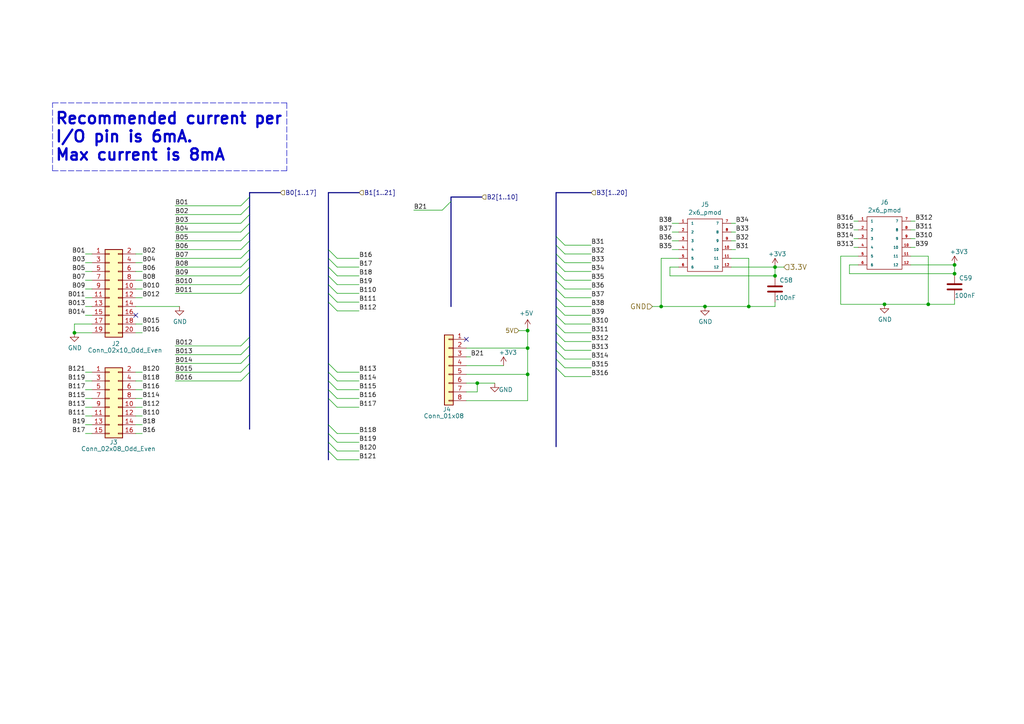
<source format=kicad_sch>
(kicad_sch (version 20231120) (generator "eeschema") (generator_version "8.0")
  (paper "A4")
  (title_block (title "Peripherals") (date "2020-04-19") (rev "1.2") (company "UTN - Facultad Regional Haedo - Grupo ASE"))
  (lib_symbols
    (symbol "FPGA para todos-rescue:+3.3V-power-FPGA-para-todos-rescue" (power) (pin_names (offset 0))
      (property "Value" "FPGA-para-todos-rescue_+3.3V-power" (at 0 3.556 0))
      (symbol "+3.3V-power-FPGA-para-todos-rescue_0_1"
        (polyline (pts (xy -0.762 1.27) (xy 0 2.54)))
        (polyline (pts (xy 0 0) (xy 0 2.54)))
        (polyline (pts (xy 0 2.54) (xy 0.762 1.27)))
      )
      (symbol "+3.3V-power-FPGA-para-todos-rescue_1_1"
        (pin power_in line (at 0 0 90) (length 0) hide (name "+3V3") (number "1"))
      )
    )
    (symbol "FPGA para todos-rescue:+5V-power-FPGA-para-todos-rescue" (power) (pin_names (offset 0))
      (property "Value" "FPGA-para-todos-rescue_+5V-power" (at 0 3.556 0))
      (symbol "+5V-power-FPGA-para-todos-rescue_0_1"
        (polyline (pts (xy -0.762 1.27) (xy 0 2.54)))
        (polyline (pts (xy 0 0) (xy 0 2.54)))
        (polyline (pts (xy 0 2.54) (xy 0.762 1.27)))
      )
      (symbol "+5V-power-FPGA-para-todos-rescue_1_1"
        (pin power_in line (at 0 0 90) (length 0) hide (name "+5V") (number "1"))
      )
    )
    (symbol "FPGA para todos-rescue:C-Device-FPGA-para-todos-rescue" (pin_numbers hide) (pin_names (offset 0.254))
      (property "Reference" "C" (at 0.635 2.54 0))
      (property "Value" "FPGA-para-todos-rescue_C-Device" (at 0.635 -2.54 0))
      (symbol "C-Device-FPGA-para-todos-rescue_0_1"
        (polyline (pts (xy -2.032 -0.762) (xy 2.032 -0.762)) (stroke (width 0.508)))
        (polyline (pts (xy -2.032 0.762) (xy 2.032 0.762)) (stroke (width 0.508)))
      )
      (symbol "C-Device-FPGA-para-todos-rescue_1_1"
        (pin passive line (at 0 3.81 270) (length 2.794) (name "~") (number "1"))
        (pin passive line (at 0 -3.81 90) (length 2.794) (name "~") (number "2"))
      )
    )
    (symbol "FPGA para todos-rescue:Conn_01x08-Connector_Generic-FPGA-para-todos-rescue" (pin_names (offset 1.016) hide)
      (property "Reference" "J" (at 0 10.16 0))
      (property "Value" "FPGA-para-todos-rescue_Conn_01x08-Connector_Generic" (at 0 -12.7 0))
      (symbol "Conn_01x08-Connector_Generic-FPGA-para-todos-rescue_1_1"
        (rectangle (start -1.27 -10.033) (end 0 -10.287) (stroke (width 0.1524)))
        (rectangle (start -1.27 -7.493) (end 0 -7.747) (stroke (width 0.1524)))
        (rectangle (start -1.27 -4.953) (end 0 -5.207) (stroke (width 0.1524)))
        (rectangle (start -1.27 -2.413) (end 0 -2.667) (stroke (width 0.1524)))
        (rectangle (start -1.27 0.127) (end 0 -0.127) (stroke (width 0.1524)))
        (rectangle (start -1.27 2.667) (end 0 2.413) (stroke (width 0.1524)))
        (rectangle (start -1.27 5.207) (end 0 4.953) (stroke (width 0.1524)))
        (rectangle (start -1.27 7.747) (end 0 7.493) (stroke (width 0.1524)))
        (rectangle (start -1.27 8.89) (end 1.27 -11.43) (stroke (width 0.254)) (fill (type background)))
        (pin passive line (at -5.08 7.62 0) (length 3.81) (name "Pin_1") (number "1"))
        (pin passive line (at -5.08 5.08 0) (length 3.81) (name "Pin_2") (number "2"))
        (pin passive line (at -5.08 2.54 0) (length 3.81) (name "Pin_3") (number "3"))
        (pin passive line (at -5.08 0 0) (length 3.81) (name "Pin_4") (number "4"))
        (pin passive line (at -5.08 -2.54 0) (length 3.81) (name "Pin_5") (number "5"))
        (pin passive line (at -5.08 -5.08 0) (length 3.81) (name "Pin_6") (number "6"))
        (pin passive line (at -5.08 -7.62 0) (length 3.81) (name "Pin_7") (number "7"))
        (pin passive line (at -5.08 -10.16 0) (length 3.81) (name "Pin_8") (number "8"))
      )
    )
    (symbol "FPGA para todos-rescue:Conn_02x08_Odd_Even-Connector_Generic-FPGA-para-todos-rescue" (pin_names (offset 1.016) hide)
      (property "Reference" "J" (at 1.27 10.16 0))
      (property "Value" "FPGA-para-todos-rescue_Conn_02x08_Odd_Even-Connector_Generic" (at 1.27 -12.7 0))
      (symbol "Conn_02x08_Odd_Even-Connector_Generic-FPGA-para-todos-rescue_1_1"
        (rectangle (start -1.27 -10.033) (end 0 -10.287) (stroke (width 0.1524)))
        (rectangle (start -1.27 -7.493) (end 0 -7.747) (stroke (width 0.1524)))
        (rectangle (start -1.27 -4.953) (end 0 -5.207) (stroke (width 0.1524)))
        (rectangle (start -1.27 -2.413) (end 0 -2.667) (stroke (width 0.1524)))
        (rectangle (start -1.27 0.127) (end 0 -0.127) (stroke (width 0.1524)))
        (rectangle (start -1.27 2.667) (end 0 2.413) (stroke (width 0.1524)))
        (rectangle (start -1.27 5.207) (end 0 4.953) (stroke (width 0.1524)))
        (rectangle (start -1.27 7.747) (end 0 7.493) (stroke (width 0.1524)))
        (rectangle (start -1.27 8.89) (end 3.81 -11.43) (stroke (width 0.254)) (fill (type background)))
        (rectangle (start 3.81 -10.033) (end 2.54 -10.287) (stroke (width 0.1524)))
        (rectangle (start 3.81 -7.493) (end 2.54 -7.747) (stroke (width 0.1524)))
        (rectangle (start 3.81 -4.953) (end 2.54 -5.207) (stroke (width 0.1524)))
        (rectangle (start 3.81 -2.413) (end 2.54 -2.667) (stroke (width 0.1524)))
        (rectangle (start 3.81 0.127) (end 2.54 -0.127) (stroke (width 0.1524)))
        (rectangle (start 3.81 2.667) (end 2.54 2.413) (stroke (width 0.1524)))
        (rectangle (start 3.81 5.207) (end 2.54 4.953) (stroke (width 0.1524)))
        (rectangle (start 3.81 7.747) (end 2.54 7.493) (stroke (width 0.1524)))
        (pin passive line (at -5.08 7.62 0) (length 3.81) (name "Pin_1") (number "1"))
        (pin passive line (at 7.62 -2.54 180) (length 3.81) (name "Pin_10") (number "10"))
        (pin passive line (at -5.08 -5.08 0) (length 3.81) (name "Pin_11") (number "11"))
        (pin passive line (at 7.62 -5.08 180) (length 3.81) (name "Pin_12") (number "12"))
        (pin passive line (at -5.08 -7.62 0) (length 3.81) (name "Pin_13") (number "13"))
        (pin passive line (at 7.62 -7.62 180) (length 3.81) (name "Pin_14") (number "14"))
        (pin passive line (at -5.08 -10.16 0) (length 3.81) (name "Pin_15") (number "15"))
        (pin passive line (at 7.62 -10.16 180) (length 3.81) (name "Pin_16") (number "16"))
        (pin passive line (at 7.62 7.62 180) (length 3.81) (name "Pin_2") (number "2"))
        (pin passive line (at -5.08 5.08 0) (length 3.81) (name "Pin_3") (number "3"))
        (pin passive line (at 7.62 5.08 180) (length 3.81) (name "Pin_4") (number "4"))
        (pin passive line (at -5.08 2.54 0) (length 3.81) (name "Pin_5") (number "5"))
        (pin passive line (at 7.62 2.54 180) (length 3.81) (name "Pin_6") (number "6"))
        (pin passive line (at -5.08 0 0) (length 3.81) (name "Pin_7") (number "7"))
        (pin passive line (at 7.62 0 180) (length 3.81) (name "Pin_8") (number "8"))
        (pin passive line (at -5.08 -2.54 0) (length 3.81) (name "Pin_9") (number "9"))
      )
    )
    (symbol "FPGA para todos-rescue:Conn_02x10_Odd_Even-Connector_Generic-FPGA-para-todos-rescue" (pin_names (offset 1.016) hide)
      (property "Reference" "J" (at 1.27 12.7 0))
      (property "Value" "FPGA-para-todos-rescue_Conn_02x10_Odd_Even-Connector_Generic" (at 1.27 -15.24 0))
      (symbol "Conn_02x10_Odd_Even-Connector_Generic-FPGA-para-todos-rescue_1_1"
        (rectangle (start -1.27 -12.573) (end 0 -12.827) (stroke (width 0.1524)))
        (rectangle (start -1.27 -10.033) (end 0 -10.287) (stroke (width 0.1524)))
        (rectangle (start -1.27 -7.493) (end 0 -7.747) (stroke (width 0.1524)))
        (rectangle (start -1.27 -4.953) (end 0 -5.207) (stroke (width 0.1524)))
        (rectangle (start -1.27 -2.413) (end 0 -2.667) (stroke (width 0.1524)))
        (rectangle (start -1.27 0.127) (end 0 -0.127) (stroke (width 0.1524)))
        (rectangle (start -1.27 2.667) (end 0 2.413) (stroke (width 0.1524)))
        (rectangle (start -1.27 5.207) (end 0 4.953) (stroke (width 0.1524)))
        (rectangle (start -1.27 7.747) (end 0 7.493) (stroke (width 0.1524)))
        (rectangle (start -1.27 10.287) (end 0 10.033) (stroke (width 0.1524)))
        (rectangle (start -1.27 11.43) (end 3.81 -13.97) (stroke (width 0.254)) (fill (type background)))
        (rectangle (start 3.81 -12.573) (end 2.54 -12.827) (stroke (width 0.1524)))
        (rectangle (start 3.81 -10.033) (end 2.54 -10.287) (stroke (width 0.1524)))
        (rectangle (start 3.81 -7.493) (end 2.54 -7.747) (stroke (width 0.1524)))
        (rectangle (start 3.81 -4.953) (end 2.54 -5.207) (stroke (width 0.1524)))
        (rectangle (start 3.81 -2.413) (end 2.54 -2.667) (stroke (width 0.1524)))
        (rectangle (start 3.81 0.127) (end 2.54 -0.127) (stroke (width 0.1524)))
        (rectangle (start 3.81 2.667) (end 2.54 2.413) (stroke (width 0.1524)))
        (rectangle (start 3.81 5.207) (end 2.54 4.953) (stroke (width 0.1524)))
        (rectangle (start 3.81 7.747) (end 2.54 7.493) (stroke (width 0.1524)))
        (rectangle (start 3.81 10.287) (end 2.54 10.033) (stroke (width 0.1524)))
        (pin passive line (at -5.08 10.16 0) (length 3.81) (name "Pin_1") (number "1"))
        (pin passive line (at 7.62 0 180) (length 3.81) (name "Pin_10") (number "10"))
        (pin passive line (at -5.08 -2.54 0) (length 3.81) (name "Pin_11") (number "11"))
        (pin passive line (at 7.62 -2.54 180) (length 3.81) (name "Pin_12") (number "12"))
        (pin passive line (at -5.08 -5.08 0) (length 3.81) (name "Pin_13") (number "13"))
        (pin passive line (at 7.62 -5.08 180) (length 3.81) (name "Pin_14") (number "14"))
        (pin passive line (at -5.08 -7.62 0) (length 3.81) (name "Pin_15") (number "15"))
        (pin passive line (at 7.62 -7.62 180) (length 3.81) (name "Pin_16") (number "16"))
        (pin passive line (at -5.08 -10.16 0) (length 3.81) (name "Pin_17") (number "17"))
        (pin passive line (at 7.62 -10.16 180) (length 3.81) (name "Pin_18") (number "18"))
        (pin passive line (at -5.08 -12.7 0) (length 3.81) (name "Pin_19") (number "19"))
        (pin passive line (at 7.62 10.16 180) (length 3.81) (name "Pin_2") (number "2"))
        (pin passive line (at 7.62 -12.7 180) (length 3.81) (name "Pin_20") (number "20"))
        (pin passive line (at -5.08 7.62 0) (length 3.81) (name "Pin_3") (number "3"))
        (pin passive line (at 7.62 7.62 180) (length 3.81) (name "Pin_4") (number "4"))
        (pin passive line (at -5.08 5.08 0) (length 3.81) (name "Pin_5") (number "5"))
        (pin passive line (at 7.62 5.08 180) (length 3.81) (name "Pin_6") (number "6"))
        (pin passive line (at -5.08 2.54 0) (length 3.81) (name "Pin_7") (number "7"))
        (pin passive line (at 7.62 2.54 180) (length 3.81) (name "Pin_8") (number "8"))
        (pin passive line (at -5.08 0 0) (length 3.81) (name "Pin_9") (number "9"))
      )
    )
    (symbol "FPGA para todos-rescue:GND-power-FPGA-para-todos-rescue" (power) (pin_names (offset 0))
      (property "Value" "FPGA-para-todos-rescue_GND-power" (at 0 -3.81 0))
      (symbol "GND-power-FPGA-para-todos-rescue_0_1"
        (polyline (pts (xy 0 0) (xy 0 -1.27) (xy 1.27 -1.27) (xy 0 -2.54) (xy -1.27 -1.27) (xy 0 -1.27)))
      )
      (symbol "GND-power-FPGA-para-todos-rescue_1_1"
        (pin power_in line (at 0 0 270) (length 0) hide (name "GND") (number "1"))
      )
    )
    (symbol "PMOD:2x6_pmod" (pin_names (offset 1.016))
      (property "Reference" "J" (at 0 8.89 0))
      (property "Value" "2x6_pmod" (at 0 -8.89 0))
      (symbol "2x6_pmod_0_1"
        (rectangle (start -5.08 -7.62) (end 5.08 7.62))
      )
      (symbol "2x6_pmod_1_1"
        (pin bidirectional line (at -7.62 6.35 0) (length 2.54) (name "1") (number "1"))
        (pin bidirectional line (at 7.62 -1.27 180) (length 2.54) (name "10") (number "10"))
        (pin power_in line (at 7.62 -3.81 180) (length 2.54) (name "11") (number "11"))
        (pin power_in line (at 7.62 -6.35 180) (length 2.54) (name "12") (number "12"))
        (pin bidirectional line (at -7.62 3.81 0) (length 2.54) (name "2") (number "2"))
        (pin bidirectional line (at -7.62 1.27 0) (length 2.54) (name "3") (number "3"))
        (pin bidirectional line (at -7.62 -1.27 0) (length 2.54) (name "4") (number "4"))
        (pin power_in line (at -7.62 -3.81 0) (length 2.54) (name "5") (number "5"))
        (pin power_in line (at -7.62 -6.35 0) (length 2.54) (name "6") (number "6"))
        (pin bidirectional line (at 7.62 6.35 180) (length 2.54) (name "7") (number "7"))
        (pin bidirectional line (at 7.62 3.81 180) (length 2.54) (name "8") (number "8"))
        (pin bidirectional line (at 7.62 1.27 180) (length 2.54) (name "9") (number "9"))
      )
    )
  )
  (junction (at 153.035 108.585))
  (junction (at 204.47 88.9))
  (junction (at 224.79 80.01))
  (junction (at 191.77 88.9))
  (junction (at 21.59 96.52))
  (junction (at 217.17 88.9))
  (junction (at 256.54 88.265))
  (junction (at 138.43 111.125))
  (junction (at 269.24 88.265))
  (junction (at 153.035 95.885))
  (junction (at 276.86 76.835))
  (junction (at 276.86 79.375))
  (junction (at 224.79 77.47))
  (junction (at 153.035 100.965))
  (no_connect (at 39.37 91.44))
  (no_connect (at 135.255 98.425))
  (bus_entry (at 69.85 77.47) (size 2.54 -2.54))
  (bus_entry (at 161.29 83.82) (size 2.54 2.54))
  (bus_entry (at 161.29 104.14) (size 2.54 2.54))
  (bus_entry (at 95.25 77.47) (size 2.54 2.54))
  (bus_entry (at 95.25 128.27) (size 2.54 2.54))
  (bus_entry (at 69.85 80.01) (size 2.54 -2.54))
  (bus_entry (at 69.85 74.93) (size 2.54 -2.54))
  (bus_entry (at 161.29 91.44) (size 2.54 2.54))
  (bus_entry (at 95.25 107.95) (size 2.54 2.54))
  (bus_entry (at 161.29 73.66) (size 2.54 2.54))
  (bus_entry (at 95.25 87.63) (size 2.54 2.54))
  (bus_entry (at 161.29 86.36) (size 2.54 2.54))
  (bus_entry (at 69.85 59.69) (size 2.54 -2.54))
  (bus_entry (at 161.29 93.98) (size 2.54 2.54))
  (bus_entry (at 69.85 105.41) (size 2.54 -2.54))
  (bus_entry (at 128.27 60.96) (size 2.54 -2.54))
  (bus_entry (at 161.29 101.6) (size 2.54 2.54))
  (bus_entry (at 95.25 82.55) (size 2.54 2.54))
  (bus_entry (at 69.85 110.49) (size 2.54 -2.54))
  (bus_entry (at 95.25 80.01) (size 2.54 2.54))
  (bus_entry (at 95.25 115.57) (size 2.54 2.54))
  (bus_entry (at 69.85 72.39) (size 2.54 -2.54))
  (bus_entry (at 69.85 82.55) (size 2.54 -2.54))
  (bus_entry (at 69.85 64.77) (size 2.54 -2.54))
  (bus_entry (at 161.29 76.2) (size 2.54 2.54))
  (bus_entry (at 95.25 113.03) (size 2.54 2.54))
  (bus_entry (at 69.85 85.09) (size 2.54 -2.54))
  (bus_entry (at 69.85 62.23) (size 2.54 -2.54))
  (bus_entry (at 161.29 88.9) (size 2.54 2.54))
  (bus_entry (at 69.85 107.95) (size 2.54 -2.54))
  (bus_entry (at 161.29 96.52) (size 2.54 2.54))
  (bus_entry (at 95.25 123.19) (size 2.54 2.54))
  (bus_entry (at 95.25 110.49) (size 2.54 2.54))
  (bus_entry (at 161.29 106.68) (size 2.54 2.54))
  (bus_entry (at 95.25 125.73) (size 2.54 2.54))
  (bus_entry (at 161.29 71.12) (size 2.54 2.54))
  (bus_entry (at 95.25 85.09) (size 2.54 2.54))
  (bus_entry (at 161.29 81.28) (size 2.54 2.54))
  (bus_entry (at 69.85 102.87) (size 2.54 -2.54))
  (bus_entry (at 69.85 100.33) (size 2.54 -2.54))
  (bus_entry (at 95.25 72.39) (size 2.54 2.54))
  (bus_entry (at 69.85 69.85) (size 2.54 -2.54))
  (bus_entry (at 69.85 67.31) (size 2.54 -2.54))
  (bus_entry (at 95.25 105.41) (size 2.54 2.54))
  (bus_entry (at 161.29 99.06) (size 2.54 2.54))
  (bus_entry (at 95.25 130.81) (size 2.54 2.54))
  (bus_entry (at 95.25 74.93) (size 2.54 2.54))
  (bus_entry (at 161.29 68.58) (size 2.54 2.54))
  (bus_entry (at 161.29 78.74) (size 2.54 2.54))
  (wire (pts (xy 41.275 83.82) (xy 39.37 83.82)))
  (wire (pts (xy 191.77 74.93) (xy 191.77 88.9)))
  (wire (pts (xy 276.86 88.265) (xy 269.24 88.265)))
  (wire (pts (xy 213.36 64.77) (xy 212.09 64.77)))
  (wire (pts (xy 97.79 80.01) (xy 104.14 80.01)))
  (wire (pts (xy 163.83 99.06) (xy 171.45 99.06)))
  (bus (pts (xy 161.29 91.44) (xy 161.29 93.98)))
  (polyline (pts (xy 83.185 29.845) (xy 83.185 49.53)) (stroke (width 0) (type dash)))
  (wire (pts (xy 213.36 72.39) (xy 212.09 72.39)))
  (bus (pts (xy 161.29 101.6) (xy 161.29 104.14)))
  (polyline (pts (xy 15.24 29.845) (xy 83.185 29.845)) (stroke (width 0) (type dash)))
  (bus (pts (xy 72.39 77.47) (xy 72.39 80.01)))
  (wire (pts (xy 196.85 72.39) (xy 194.945 72.39)))
  (wire (pts (xy 120.015 60.96) (xy 128.27 60.96)))
  (wire (pts (xy 24.765 76.2) (xy 26.67 76.2)))
  (wire (pts (xy 213.36 67.31) (xy 212.09 67.31)))
  (wire (pts (xy 248.92 74.295) (xy 243.84 74.295)))
  (bus (pts (xy 95.25 125.73) (xy 95.25 128.27)))
  (wire (pts (xy 153.035 116.205) (xy 153.035 108.585)))
  (bus (pts (xy 95.25 105.41) (xy 95.25 107.95)))
  (wire (pts (xy 41.275 107.95) (xy 39.37 107.95)))
  (wire (pts (xy 264.16 76.835) (xy 276.86 76.835)))
  (wire (pts (xy 50.8 110.49) (xy 69.85 110.49)))
  (bus (pts (xy 130.81 57.15) (xy 139.7 57.15)))
  (wire (pts (xy 264.16 71.755) (xy 265.43 71.755)))
  (wire (pts (xy 24.765 113.03) (xy 26.67 113.03)))
  (wire (pts (xy 163.83 83.82) (xy 171.45 83.82)))
  (wire (pts (xy 264.16 74.295) (xy 269.24 74.295)))
  (wire (pts (xy 97.79 90.17) (xy 104.14 90.17)))
  (wire (pts (xy 97.79 85.09) (xy 104.14 85.09)))
  (wire (pts (xy 50.8 62.23) (xy 69.85 62.23)))
  (wire (pts (xy 196.85 77.47) (xy 194.31 77.47)))
  (wire (pts (xy 227.33 77.47) (xy 224.79 77.47)))
  (wire (pts (xy 264.16 66.675) (xy 265.43 66.675)))
  (bus (pts (xy 161.29 71.12) (xy 161.29 73.66)))
  (wire (pts (xy 138.43 113.665) (xy 138.43 111.125)))
  (wire (pts (xy 135.255 116.205) (xy 153.035 116.205)))
  (bus (pts (xy 161.29 55.88) (xy 161.29 68.58)))
  (wire (pts (xy 248.92 76.835) (xy 246.38 76.835)))
  (wire (pts (xy 97.79 74.93) (xy 104.14 74.93)))
  (wire (pts (xy 269.24 88.265) (xy 256.54 88.265)))
  (wire (pts (xy 247.65 64.135) (xy 248.92 64.135)))
  (wire (pts (xy 246.38 76.835) (xy 246.38 79.375)))
  (bus (pts (xy 161.29 73.66) (xy 161.29 76.2)))
  (bus (pts (xy 72.39 57.15) (xy 72.39 59.69)))
  (wire (pts (xy 50.8 105.41) (xy 69.85 105.41)))
  (wire (pts (xy 39.37 123.19) (xy 41.275 123.19)))
  (bus (pts (xy 161.29 88.9) (xy 161.29 91.44)))
  (wire (pts (xy 196.85 69.85) (xy 194.945 69.85)))
  (wire (pts (xy 247.65 71.755) (xy 248.92 71.755)))
  (wire (pts (xy 50.8 100.33) (xy 69.85 100.33)))
  (wire (pts (xy 247.65 69.215) (xy 248.92 69.215)))
  (wire (pts (xy 50.8 64.77) (xy 69.85 64.77)))
  (wire (pts (xy 163.83 81.28) (xy 171.45 81.28)))
  (wire (pts (xy 194.945 64.77) (xy 196.85 64.77)))
  (wire (pts (xy 224.79 80.01) (xy 224.79 77.47)))
  (wire (pts (xy 26.67 96.52) (xy 21.59 96.52)))
  (bus (pts (xy 95.25 128.27) (xy 95.25 130.81)))
  (wire (pts (xy 153.035 100.965) (xy 135.255 100.965)))
  (wire (pts (xy 163.83 71.12) (xy 171.45 71.12)))
  (bus (pts (xy 72.39 97.79) (xy 72.39 100.33)))
  (bus (pts (xy 161.29 68.58) (xy 161.29 71.12)))
  (bus (pts (xy 161.29 83.82) (xy 161.29 86.36)))
  (wire (pts (xy 50.8 85.09) (xy 69.85 85.09)))
  (wire (pts (xy 50.8 74.93) (xy 69.85 74.93)))
  (wire (pts (xy 24.765 86.36) (xy 26.67 86.36)))
  (wire (pts (xy 135.255 106.045) (xy 146.05 106.045)))
  (wire (pts (xy 97.79 87.63) (xy 104.14 87.63)))
  (wire (pts (xy 247.65 66.675) (xy 248.92 66.675)))
  (wire (pts (xy 41.275 81.28) (xy 39.37 81.28)))
  (bus (pts (xy 161.29 78.74) (xy 161.29 81.28)))
  (wire (pts (xy 26.67 93.98) (xy 21.59 93.98)))
  (wire (pts (xy 50.8 102.87) (xy 69.85 102.87)))
  (bus (pts (xy 161.29 76.2) (xy 161.29 78.74)))
  (wire (pts (xy 39.37 115.57) (xy 41.275 115.57)))
  (wire (pts (xy 194.31 80.01) (xy 224.79 80.01)))
  (wire (pts (xy 224.79 87.63) (xy 224.79 88.9)))
  (wire (pts (xy 24.765 83.82) (xy 26.67 83.82)))
  (wire (pts (xy 41.275 76.2) (xy 39.37 76.2)))
  (wire (pts (xy 24.765 78.74) (xy 26.67 78.74)))
  (bus (pts (xy 130.81 58.42) (xy 130.81 88.9)))
  (wire (pts (xy 135.255 111.125) (xy 138.43 111.125)))
  (bus (pts (xy 161.29 86.36) (xy 161.29 88.9)))
  (bus (pts (xy 95.25 130.81) (xy 95.25 133.35)))
  (wire (pts (xy 97.79 77.47) (xy 104.14 77.47)))
  (bus (pts (xy 161.29 55.88) (xy 171.45 55.88)))
  (bus (pts (xy 72.39 55.88) (xy 72.39 57.15)))
  (bus (pts (xy 161.29 81.28) (xy 161.29 83.82)))
  (wire (pts (xy 150.495 95.885) (xy 153.035 95.885)))
  (wire (pts (xy 50.8 72.39) (xy 69.85 72.39)))
  (bus (pts (xy 95.25 110.49) (xy 95.25 113.03)))
  (wire (pts (xy 163.83 109.22) (xy 171.45 109.22)))
  (bus (pts (xy 72.39 107.95) (xy 72.39 124.46)))
  (wire (pts (xy 264.16 64.135) (xy 265.43 64.135)))
  (wire (pts (xy 97.79 115.57) (xy 104.14 115.57)))
  (wire (pts (xy 50.8 67.31) (xy 69.85 67.31)))
  (bus (pts (xy 95.25 87.63) (xy 95.25 105.41)))
  (wire (pts (xy 24.765 73.66) (xy 26.67 73.66)))
  (wire (pts (xy 212.09 77.47) (xy 224.79 77.47)))
  (wire (pts (xy 163.83 88.9) (xy 171.45 88.9)))
  (bus (pts (xy 95.25 72.39) (xy 95.25 74.93)))
  (bus (pts (xy 161.29 104.14) (xy 161.29 106.68)))
  (wire (pts (xy 24.765 118.11) (xy 26.67 118.11)))
  (wire (pts (xy 50.8 107.95) (xy 69.85 107.95)))
  (bus (pts (xy 95.25 74.93) (xy 95.25 77.47)))
  (wire (pts (xy 212.09 74.93) (xy 217.17 74.93)))
  (bus (pts (xy 95.25 107.95) (xy 95.25 110.49)))
  (wire (pts (xy 39.37 118.11) (xy 41.275 118.11)))
  (wire (pts (xy 24.765 88.9) (xy 26.67 88.9)))
  (wire (pts (xy 41.275 125.73) (xy 39.37 125.73)))
  (bus (pts (xy 95.25 55.88) (xy 104.14 55.88)))
  (wire (pts (xy 41.275 73.66) (xy 39.37 73.66)))
  (wire (pts (xy 276.86 86.995) (xy 276.86 88.265)))
  (bus (pts (xy 95.25 123.19) (xy 95.25 125.73)))
  (wire (pts (xy 135.255 103.505) (xy 136.525 103.505)))
  (bus (pts (xy 72.39 80.01) (xy 72.39 82.55)))
  (wire (pts (xy 24.765 120.65) (xy 26.67 120.65)))
  (wire (pts (xy 97.79 125.73) (xy 104.14 125.73)))
  (bus (pts (xy 130.81 57.15) (xy 130.81 58.42)))
  (wire (pts (xy 24.765 115.57) (xy 26.67 115.57)))
  (wire (pts (xy 138.43 111.125) (xy 143.51 111.125)))
  (bus (pts (xy 72.39 69.85) (xy 72.39 72.39)))
  (bus (pts (xy 95.25 115.57) (xy 95.25 123.19)))
  (wire (pts (xy 163.83 93.98) (xy 171.45 93.98)))
  (wire (pts (xy 97.79 118.11) (xy 104.14 118.11)))
  (wire (pts (xy 243.84 88.265) (xy 256.54 88.265)))
  (wire (pts (xy 217.17 88.9) (xy 204.47 88.9)))
  (wire (pts (xy 246.38 79.375) (xy 276.86 79.375)))
  (wire (pts (xy 24.765 123.19) (xy 26.67 123.19)))
  (bus (pts (xy 161.29 106.68) (xy 161.29 129.54)))
  (bus (pts (xy 161.29 96.52) (xy 161.29 99.06)))
  (wire (pts (xy 50.8 69.85) (xy 69.85 69.85)))
  (wire (pts (xy 97.79 128.27) (xy 104.14 128.27)))
  (wire (pts (xy 97.79 110.49) (xy 104.14 110.49)))
  (bus (pts (xy 72.39 72.39) (xy 72.39 74.93)))
  (wire (pts (xy 41.275 86.36) (xy 39.37 86.36)))
  (wire (pts (xy 97.79 113.03) (xy 104.14 113.03)))
  (wire (pts (xy 194.945 67.31) (xy 196.85 67.31)))
  (wire (pts (xy 39.37 110.49) (xy 41.275 110.49)))
  (wire (pts (xy 153.035 95.25) (xy 153.035 95.885)))
  (wire (pts (xy 224.79 88.9) (xy 217.17 88.9)))
  (bus (pts (xy 72.39 82.55) (xy 72.39 97.79)))
  (wire (pts (xy 39.37 88.9) (xy 52.07 88.9)))
  (wire (pts (xy 41.275 96.52) (xy 39.37 96.52)))
  (wire (pts (xy 50.8 77.47) (xy 69.85 77.47)))
  (bus (pts (xy 72.39 100.33) (xy 72.39 102.87)))
  (bus (pts (xy 72.39 105.41) (xy 72.39 107.95)))
  (wire (pts (xy 50.8 59.69) (xy 69.85 59.69)))
  (wire (pts (xy 97.79 107.95) (xy 104.14 107.95)))
  (wire (pts (xy 163.83 106.68) (xy 171.45 106.68)))
  (wire (pts (xy 213.36 69.85) (xy 212.09 69.85)))
  (wire (pts (xy 153.035 100.965) (xy 153.035 108.585)))
  (wire (pts (xy 24.765 125.73) (xy 26.67 125.73)))
  (wire (pts (xy 21.59 93.98) (xy 21.59 96.52)))
  (wire (pts (xy 97.79 82.55) (xy 104.14 82.55)))
  (bus (pts (xy 72.39 62.23) (xy 72.39 64.77)))
  (bus (pts (xy 72.39 67.31) (xy 72.39 69.85)))
  (wire (pts (xy 243.84 74.295) (xy 243.84 88.265)))
  (wire (pts (xy 50.8 82.55) (xy 69.85 82.55)))
  (bus (pts (xy 72.39 55.88) (xy 81.28 55.88)))
  (bus (pts (xy 95.25 85.09) (xy 95.25 87.63)))
  (wire (pts (xy 196.85 74.93) (xy 191.77 74.93)))
  (polyline (pts (xy 83.185 49.53) (xy 15.24 49.53)) (stroke (width 0) (type dash)))
  (bus (pts (xy 161.29 99.06) (xy 161.29 101.6)))
  (bus (pts (xy 95.25 55.88) (xy 95.25 72.39)))
  (bus (pts (xy 72.39 59.69) (xy 72.39 62.23)))
  (wire (pts (xy 135.255 108.585) (xy 153.035 108.585)))
  (wire (pts (xy 163.83 101.6) (xy 171.45 101.6)))
  (wire (pts (xy 194.31 77.47) (xy 194.31 80.01)))
  (wire (pts (xy 24.765 107.95) (xy 26.67 107.95)))
  (wire (pts (xy 163.83 86.36) (xy 171.45 86.36)))
  (wire (pts (xy 135.255 113.665) (xy 138.43 113.665)))
  (wire (pts (xy 264.16 69.215) (xy 265.43 69.215)))
  (wire (pts (xy 189.23 88.9) (xy 191.77 88.9)))
  (wire (pts (xy 163.83 78.74) (xy 171.45 78.74)))
  (wire (pts (xy 269.24 74.295) (xy 269.24 88.265)))
  (wire (pts (xy 163.83 73.66) (xy 171.45 73.66)))
  (wire (pts (xy 24.765 91.44) (xy 26.67 91.44)))
  (wire (pts (xy 276.86 79.375) (xy 276.86 76.835)))
  (wire (pts (xy 97.79 133.35) (xy 104.14 133.35)))
  (wire (pts (xy 41.275 93.98) (xy 39.37 93.98)))
  (wire (pts (xy 24.765 81.28) (xy 26.67 81.28)))
  (wire (pts (xy 153.035 95.885) (xy 153.035 100.965)))
  (wire (pts (xy 50.8 80.01) (xy 69.85 80.01)))
  (bus (pts (xy 72.39 74.93) (xy 72.39 77.47)))
  (bus (pts (xy 72.39 102.87) (xy 72.39 105.41)))
  (bus (pts (xy 95.25 77.47) (xy 95.25 80.01)))
  (bus (pts (xy 95.25 113.03) (xy 95.25 115.57)))
  (bus (pts (xy 72.39 64.77) (xy 72.39 67.31)))
  (wire (pts (xy 97.79 130.81) (xy 104.14 130.81)))
  (wire (pts (xy 163.83 76.2) (xy 171.45 76.2)))
  (wire (pts (xy 163.83 104.14) (xy 171.45 104.14)))
  (wire (pts (xy 39.37 113.03) (xy 41.275 113.03)))
  (polyline (pts (xy 15.24 49.53) (xy 15.24 29.845)) (stroke (width 0) (type dash)))
  (wire (pts (xy 24.765 110.49) (xy 26.67 110.49)))
  (wire (pts (xy 217.17 74.93) (xy 217.17 88.9)))
  (bus (pts (xy 95.25 80.01) (xy 95.25 82.55)))
  (bus (pts (xy 95.25 82.55) (xy 95.25 85.09)))
  (wire (pts (xy 39.37 120.65) (xy 41.275 120.65)))
  (wire (pts (xy 41.275 78.74) (xy 39.37 78.74)))
  (wire (pts (xy 163.83 91.44) (xy 171.45 91.44)))
  (wire (pts (xy 191.77 88.9) (xy 204.47 88.9)))
  (bus (pts (xy 161.29 93.98) (xy 161.29 96.52)))
  (wire (pts (xy 163.83 96.52) (xy 171.45 96.52)))
  (text "Recommended current per\nI/O pin is 6mA.\nMax current is 8mA" (at 15.875 46.99 0) (effects (font (size 3.2766 3.2766) (thickness 0.6553) (bold yes)) (justify left bottom)))
  (label "B121" (at 104.14 133.35 0))
  (label "B113" (at 24.765 118.11 180))
  (label "B32" (at 213.36 69.85 0))
  (label "B33" (at 171.45 76.2 0))
  (label "B118" (at 41.275 110.49 0))
  (label "B21" (at 120.015 60.96 0))
  (label "B37" (at 171.45 86.36 0))
  (label "B014" (at 24.765 91.44 180))
  (label "B114" (at 104.14 110.49 0))
  (label "B39" (at 171.45 91.44 0))
  (label "B01" (at 50.8 59.69 0))
  (label "B315" (at 247.65 66.675 180))
  (label "B012" (at 50.8 100.33 0))
  (label "B06" (at 41.275 78.74 0))
  (label "B121" (at 24.765 107.95 180))
  (label "B34" (at 171.45 78.74 0))
  (label "B03" (at 50.8 64.77 0))
  (label "B34" (at 213.36 64.77 0))
  (label "B016" (at 50.8 110.49 0))
  (label "B112" (at 41.275 118.11 0))
  (label "B05" (at 24.765 78.74 180))
  (label "B21" (at 136.525 103.505 0))
  (label "B012" (at 41.275 86.36 0))
  (label "B09" (at 50.8 80.01 0))
  (label "B310" (at 171.45 93.98 0))
  (label "B010" (at 41.275 83.82 0))
  (label "B31" (at 213.36 72.39 0))
  (label "B111" (at 24.765 120.65 180))
  (label "B117" (at 24.765 113.03 180))
  (label "B07" (at 24.765 81.28 180))
  (label "B115" (at 104.14 113.03 0))
  (label "B02" (at 50.8 62.23 0))
  (label "B31" (at 171.45 71.12 0))
  (label "B314" (at 247.65 69.215 180))
  (label "B113" (at 104.14 107.95 0))
  (label "B016" (at 41.275 96.52 0))
  (label "B19" (at 104.14 82.55 0))
  (label "B39" (at 265.43 71.755 0))
  (label "B114" (at 41.275 115.57 0))
  (label "B314" (at 171.45 104.14 0))
  (label "B18" (at 41.275 123.19 0))
  (label "B015" (at 50.8 107.95 0))
  (label "B16" (at 41.275 125.73 0))
  (label "B17" (at 24.765 125.73 180))
  (label "B311" (at 171.45 96.52 0))
  (label "B119" (at 104.14 128.27 0))
  (label "B316" (at 171.45 109.22 0))
  (label "B120" (at 104.14 130.81 0))
  (label "B05" (at 50.8 69.85 0))
  (label "B313" (at 247.65 71.755 180))
  (label "B09" (at 24.765 83.82 180))
  (label "B119" (at 24.765 110.49 180))
  (label "B112" (at 104.14 90.17 0))
  (label "B117" (at 104.14 118.11 0))
  (label "B315" (at 171.45 106.68 0))
  (label "B014" (at 50.8 105.41 0))
  (label "B19" (at 24.765 123.19 180))
  (label "B04" (at 50.8 67.31 0))
  (label "B013" (at 50.8 102.87 0))
  (label "B120" (at 41.275 107.95 0))
  (label "B110" (at 41.275 120.65 0))
  (label "B16" (at 104.14 74.93 0))
  (label "B01" (at 24.765 73.66 180))
  (label "B116" (at 41.275 113.03 0))
  (label "B33" (at 213.36 67.31 0))
  (label "B03" (at 24.765 76.2 180))
  (label "B312" (at 171.45 99.06 0))
  (label "B08" (at 41.275 81.28 0))
  (label "B18" (at 104.14 80.01 0))
  (label "B35" (at 194.945 72.39 180))
  (label "B115" (at 24.765 115.57 180))
  (label "B015" (at 41.275 93.98 0))
  (label "B313" (at 171.45 101.6 0))
  (label "B312" (at 265.43 64.135 0))
  (label "B316" (at 247.65 64.135 180))
  (label "B013" (at 24.765 88.9 180))
  (label "B32" (at 171.45 73.66 0))
  (label "B02" (at 41.275 73.66 0))
  (label "B116" (at 104.14 115.57 0))
  (label "B118" (at 104.14 125.73 0))
  (label "B04" (at 41.275 76.2 0))
  (label "B17" (at 104.14 77.47 0))
  (label "B010" (at 50.8 82.55 0))
  (label "B06" (at 50.8 72.39 0))
  (label "B011" (at 24.765 86.36 180))
  (label "B111" (at 104.14 87.63 0))
  (label "B110" (at 104.14 85.09 0))
  (label "B36" (at 171.45 83.82 0))
  (label "B37" (at 194.945 67.31 180))
  (label "B310" (at 265.43 69.215 0))
  (label "B35" (at 171.45 81.28 0))
  (label "B07" (at 50.8 74.93 0))
  (label "B011" (at 50.8 85.09 0))
  (label "B36" (at 194.945 69.85 180))
  (label "B08" (at 50.8 77.47 0))
  (label "B38" (at 194.945 64.77 180))
  (label "B38" (at 171.45 88.9 0))
  (label "B311" (at 265.43 66.675 0))
  (hierarchical_label "B3[1..20]" (shape input) (at 171.45 55.88 0))
  (hierarchical_label "B0[1..17]" (shape input) (at 81.28 55.88 0))
  (hierarchical_label "B2[1..10]" (shape input) (at 139.7 57.15 0))
  (hierarchical_label "B1[1..21]" (shape input) (at 104.14 55.88 0))
  (hierarchical_label "3.3V" (shape input) (at 227.33 77.47 0) (effects (font (size 1.4986 1.4986))))
  (hierarchical_label "5V" (shape input) (at 150.495 95.885 180))
  (hierarchical_label "GND" (shape input) (at 189.23 88.9 180) (effects (font (size 1.4986 1.4986))))
  (symbol (lib_id "FPGA para todos-rescue:Conn_02x10_Odd_Even-Connector_Generic-FPGA-para-todos-rescue") (at 31.75 83.82 0) (unit 1)
    (property "Reference" "J2" (at 32.385 99.695 0) (effects (justify left)))
    (property "Value" "Conn_02x10_Odd_Even" (at 25.4 101.6 0) (effects (justify left)))
    (property "Footprint" "footprints:PinSocket_2x10_P2.54mm_Vertical_mirror" (effects (hide yes)))
    (property "Description" "20 Position Header Connector 0.100\" (2.54mm) Through Hole Gold " (effects (hide yes)))
    (property "EmptyField" "-" (effects (hide yes)))
    (property "DatasheetName" "HEADER FEMALE, 2.54mm CC, ST" (effects (hide yes)))
    (property "DatasheetLink" "https://drawings-pdf.s3.amazonaws.com/10492.pdf" (effects (hide yes)))
    (property "Manufacturer" "Sullins Connector Solutions" (effects (hide yes)))
    (property "OrderCode" "PPPC102LFBN-RC " (effects (hide yes)))
    (property "ProviderLink" "https://www.digikey.com/product-detail/en/sullins-connector-solutions/PPPC102LFBN-RC/S6106-ND/807245" (effects (hide yes)))
    (property "ProviderOrderCode" "S6106-ND" (effects (hide yes)))
    (property "ComponentTechnology" "-" (effects (hide yes)))
    (property "DatasheetName2" "2.54mm PITCH DIL VERTICAL PC TAIL SOCKET ASSEMBLY" (effects (hide yes)))
    (property "DatasheetLink2" "https://ar.mouser.com/datasheet/2/181/M20-783-1133465.pdf" (effects (hide yes)))
    (property "Manufacturer2" "Harwin" (effects (hide yes)))
    (property "OrderCode2" "M20-7831046" (effects (hide yes)))
    (property "ProviderLink2" "https://ar.mouser.com/ProductDetail/Harwin/M20-7831046?qs=sGAEpiMZZMu6TJb8E8Cjr5%2F8vbP7TedM" (effects (hide yes)))
    (property "ProviderOrderCoce2" "855-M20-7831046" (effects (hide yes)))
  )
  (symbol (lib_id "FPGA para todos-rescue:GND-power-FPGA-para-todos-rescue") (at 256.54 88.265 0) (unit 1)
    (property "Reference" "#PWR08" (effects (hide yes)))
    (property "Value" "GND" (at 256.667 92.6592 0))
  )
  (symbol (lib_id "PMOD:2x6_pmod") (at 204.47 71.12 0) (unit 1)
    (property "Reference" "J5" (at 204.47 59.309 0))
    (property "Value" "2x6_pmod" (at 204.47 61.6204 0))
    (property "Footprint" "footprints:PinSocket_2x06_P2.54mm_Vertical_Mirror" (effects (hide yes)))
    (property "Description" "12 Position Header Connector 0.100\" (2.54mm) Through Hole, Right Angle Gold " (effects (hide yes)))
    (property "EmptyField" "-" (effects (hide yes)))
    (property "DatasheetName" "HEADER FEMALE, .100\" [2.54mm] CC, 2 ROW, RA" (effects (hide yes)))
    (property "DatasheetLink" "https://drawings-pdf.s3.amazonaws.com/10494.pdf" (effects (hide yes)))
    (property "Manufacturer" "Sullins Connector Solutions" (effects (hide yes)))
    (property "OrderCode" "PPPC062LJBN-RC" (effects (hide yes)))
    (property "ProviderLink" "https://www.digikey.com/product-detail/en/sullins-connector-solutions/PPPC062LJBN-RC/S5559-ND/776017" (effects (hide yes)))
    (property "ProviderOrderCode" "S5559-ND" (effects (hide yes)))
    (property "ComponentTechnology" "-" (effects (hide yes)))
    (property "DatasheetName2" "2.54mm PITCH DIL VERTICAL PC TAIL SOCKET ASSEMBLY" (effects (hide yes)))
    (property "DatasheetLink2" "https://www.mouser.com/datasheet/2/181/M20-783-1133465.pdf" (effects (hide yes)))
    (property "Manufacturer2" "Harwin" (effects (hide yes)))
    (property "OrderCode2" "M20-7830646" (effects (hide yes)))
    (property "ProviderLink2" "https://www.mouser.com/ProductDetail/Harwin/M20-7830646?qs=%2Fha2pyFadujC1a75W2258k9nb81c5ajHyw2NH4KOP3qW04C0e6bhnw%3D%3D" (effects (hide yes)))
    (property "ProviderOrderCode2" "855-M20-7830646" (effects (hide yes)))
    (property "Description2" "Headers & Wire Housings 06+06 DIL VERTICAL SOCKET TIN" (effects (hide yes)))
  )
  (symbol (lib_id "FPGA para todos-rescue:+3.3V-power-FPGA-para-todos-rescue") (at 224.79 77.47 0) (unit 1)
    (property "Reference" "#PWR07" (effects (hide yes)))
    (property "Value" "+3V3" (at 225.425 73.66 0))
  )
  (symbol (lib_id "FPGA para todos-rescue:C-Device-FPGA-para-todos-rescue") (at 276.86 83.185 0) (unit 1)
    (property "Reference" "C59" (at 278.13 80.645 0) (effects (justify left)))
    (property "Value" "100nF" (at 276.86 85.725 0) (effects (justify left)))
    (property "Footprint" "footprints:C_0805_2012Metric_Pad1.15x1.40mm_HandSolder" (effects (hide yes)))
    (property "Description" "Decoupling cap - 6.3V" (effects (hide yes)))
    (property "EmptyField" "-" (effects (hide yes)))
    (property "DatasheetName" "SURFACE-MOUNT CERAMIC MULTILAYER CAPACITORS" (effects (hide yes)))
    (property "DatasheetLink" "https://ar.mouser.com/datasheet/2/447/UPY-GPHC_X7R_6.3V-to-50V_18-1154002.pdf" (effects (hide yes)))
    (property "Manufacturer" "YAGEO" (effects (hide yes)))
    (property "OrderCode" "CC0805KRX7R5BB104 " (effects (hide yes)))
    (property "ProviderLink" "https://ar.mouser.com/ProductDetail/Yageo/CC0805KRX7R5BB104?qs=UgE%2F0m3bTsYCB3fBtxx4RA%3D%3D" (effects (hide yes)))
    (property "ProviderOrderCode" "603-CC0805KRX75BB104 " (effects (hide yes)))
    (property "ComponentTechnology" "Ceramic - X7R TC material" (effects (hide yes)))
  )
  (symbol (lib_id "FPGA para todos-rescue:GND-power-FPGA-para-todos-rescue") (at 143.51 111.125 0) (mirror y) (unit 1)
    (property "Reference" "#PWR03" (effects (hide yes)))
    (property "Value" "GND" (at 146.685 113.03 0))
  )
  (symbol (lib_id "FPGA para todos-rescue:+3.3V-power-FPGA-para-todos-rescue") (at 146.05 106.045 0) (mirror y) (unit 1)
    (property "Reference" "#PWR04" (effects (hide yes)))
    (property "Value" "+3V3" (at 147.32 102.235 0))
  )
  (symbol (lib_id "PMOD:2x6_pmod") (at 256.54 70.485 0) (unit 1)
    (property "Reference" "J6" (at 256.54 58.674 0))
    (property "Value" "2x6_pmod" (at 256.54 60.9854 0))
    (property "Footprint" "footprints:PinSocket_2x06_P2.54mm_Horizontal_PMOD" (effects (hide yes)))
    (property "Description" "12 Position Header Connector 0.100\" (2.54mm) Through Hole, Right Angle Gold " (effects (hide yes)))
    (property "EmptyField" "-" (effects (hide yes)))
    (property "DatasheetName" "HEADER FEMALE, .100\" [2.54mm] CC, 2 ROW, RA" (effects (hide yes)))
    (property "DatasheetLink" "https://drawings-pdf.s3.amazonaws.com/10494.pdf" (effects (hide yes)))
    (property "Manufacturer" "Sullins Connector Solutions" (effects (hide yes)))
    (property "OrderCode" "PPPC062LJBN-RC" (effects (hide yes)))
    (property "ProviderLink" "https://www.digikey.com/product-detail/en/sullins-connector-solutions/PPPC062LJBN-RC/S5559-ND/776017" (effects (hide yes)))
    (property "ProviderOrderCode" "S5559-ND" (effects (hide yes)))
    (property "ComponentTechnology" "-" (effects (hide yes)))
    (property "DatasheetName2" "2.54mm PITCH DIL VERTICAL PC TAIL SOCKET ASSEMBLY" (effects (hide yes)))
    (property "DatasheetLink2" "https://www.mouser.com/datasheet/2/181/M20-783-1133465.pdf" (effects (hide yes)))
    (property "Manufacturer2" "Harwin" (effects (hide yes)))
    (property "OrderCode2" "M20-7830646" (effects (hide yes)))
    (property "ProviderLink2" "https://www.mouser.com/ProductDetail/Harwin/M20-7830646?qs=%2Fha2pyFadujC1a75W2258k9nb81c5ajHyw2NH4KOP3qW04C0e6bhnw%3D%3D" (effects (hide yes)))
    (property "ProviderOrderCode2" "855-M20-7830646" (effects (hide yes)))
    (property "Description2" "Headers & Wire Housings 06+06 DIL VERTICAL SOCKET TIN" (effects (hide yes)))
  )
  (symbol (lib_id "FPGA para todos-rescue:+5V-power-FPGA-para-todos-rescue") (at 153.035 95.25 0) (mirror y) (unit 1)
    (property "Reference" "#PWR05" (effects (hide yes)))
    (property "Value" "+5V" (at 152.654 90.8558 0))
  )
  (symbol (lib_id "FPGA para todos-rescue:GND-power-FPGA-para-todos-rescue") (at 52.07 88.9 0) (unit 1)
    (property "Reference" "#PWR02" (effects (hide yes)))
    (property "Value" "GND" (at 52.197 93.2942 0))
  )
  (symbol (lib_id "FPGA para todos-rescue:C-Device-FPGA-para-todos-rescue") (at 224.79 83.82 0) (unit 1)
    (property "Reference" "C58" (at 226.06 81.28 0) (effects (justify left)))
    (property "Value" "100nF" (at 224.79 86.36 0) (effects (justify left)))
    (property "Footprint" "footprints:C_0805_2012Metric_Pad1.15x1.40mm_HandSolder" (effects (hide yes)))
    (property "Description" "Decoupling cap - 6.3V" (effects (hide yes)))
    (property "EmptyField" "-" (effects (hide yes)))
    (property "DatasheetName" "SURFACE-MOUNT CERAMIC MULTILAYER CAPACITORS" (effects (hide yes)))
    (property "DatasheetLink" "https://ar.mouser.com/datasheet/2/447/UPY-GPHC_X7R_6.3V-to-50V_18-1154002.pdf" (effects (hide yes)))
    (property "Manufacturer" "YAGEO" (effects (hide yes)))
    (property "OrderCode" "CC0805KRX7R5BB104 " (effects (hide yes)))
    (property "ProviderLink" "https://ar.mouser.com/ProductDetail/Yageo/CC0805KRX7R5BB104?qs=UgE%2F0m3bTsYCB3fBtxx4RA%3D%3D" (effects (hide yes)))
    (property "ProviderOrderCode" "603-CC0805KRX75BB104 " (effects (hide yes)))
    (property "ComponentTechnology" "Ceramic - X7R TC material" (effects (hide yes)))
  )
  (symbol (lib_id "FPGA para todos-rescue:Conn_01x08-Connector_Generic-FPGA-para-todos-rescue") (at 130.175 106.045 0) (mirror y) (unit 1)
    (property "Reference" "J4" (at 130.81 118.745 0) (effects (justify left)))
    (property "Value" "Conn_01x08" (at 134.62 120.65 0) (effects (justify left)))
    (property "Footprint" "footprints:PinSocket_1x08_P2.54mm_Vertical" (effects (hide yes)))
    (property "Description" "8 Position Header Connector 0.100\" (2.54mm) Through Hole Tin " (effects (hide yes)))
    (property "EmptyField" "-" (effects (hide yes)))
    (property "DatasheetName" "HEADER FEMALE, 2.54mm CC, ST" (effects (hide yes)))
    (property "DatasheetLink" "https://drawings-pdf.s3.amazonaws.com/10492.pdf" (effects (hide yes)))
    (property "Manufacturer" "Sullins Connector Solutions" (effects (hide yes)))
    (property "OrderCode" "PPTC081LFBN-RC" (effects (hide yes)))
    (property "ProviderLink" "https://www.digikey.com/product-detail/en/sullins-connector-solutions/PPTC081LFBN-RC/S7006-ND/810147" (effects (hide yes)))
    (property "ProviderOrderCode" "S7006-ND" (effects (hide yes)))
    (property "ComponentTechnology" "-" (effects (hide yes)))
    (property "DatasheetName2" "2.54mm PITCH SIL VERTICAL PC TAIL SOCKET ASSEMBLY" (effects (hide yes)))
    (property "DatasheetLink2" "https://ar.mouser.com/datasheet/2/181/M20-782-1220556.pdf" (effects (hide yes)))
    (property "Manufacturer2" "Harwin " (effects (hide yes)))
    (property "OrderCode2" "M20-7820842" (effects (hide yes)))
    (property "ProviderLink2" "https://ar.mouser.com/ProductDetail/Harwin/M20-7820842?qs=sGAEpiMZZMs%252BGHln7q6pmzlZUuX%2F53qjv4D%2FDP12Dqs%3D" (effects (hide yes)))
    (property "ProviderOrderCode2" "855-M20-7820842" (effects (hide yes)))
  )
  (symbol (lib_id "FPGA para todos-rescue:+3.3V-power-FPGA-para-todos-rescue") (at 276.86 76.835 0) (unit 1)
    (property "Reference" "#PWR09" (effects (hide yes)))
    (property "Value" "+3V3" (at 278.13 73.025 0))
  )
  (symbol (lib_id "FPGA para todos-rescue:GND-power-FPGA-para-todos-rescue") (at 204.47 88.9 0) (unit 1)
    (property "Reference" "#PWR06" (effects (hide yes)))
    (property "Value" "GND" (at 204.597 93.2942 0))
  )
  (symbol (lib_id "FPGA para todos-rescue:Conn_02x08_Odd_Even-Connector_Generic-FPGA-para-todos-rescue") (at 31.75 115.57 0) (unit 1)
    (property "Reference" "J3" (at 31.75 128.27 0) (effects (justify left)))
    (property "Value" "Conn_02x08_Odd_Even" (at 23.495 130.175 0) (effects (justify left)))
    (property "Footprint" "footprints:PinSocket_2x08_P2.54mm_Vertical_mirror" (effects (hide yes)))
    (property "Description" "16 Position Header Connector 0.100\" (2.54mm) Through Hole Tin" (effects (hide yes)))
    (property "EmptyField" "-" (effects (hide yes)))
    (property "DatasheetName" "HEADER FEMALE, 2.54mm CC, ST" (effects (hide yes)))
    (property "DatasheetLink" "https://drawings-pdf.s3.amazonaws.com/10492.pdf" (effects (hide yes)))
    (property "Manufacturer" "Sullins Connector Solutions" (effects (hide yes)))
    (property "OrderCode" "PPTC082LFBN-RC" (effects (hide yes)))
    (property "ProviderLink" "https://www.digikey.com/product-detail/en/sullins-connector-solutions/PPTC082LFBN-RC/S7076-ND/810214" (effects (hide yes)))
    (property "ProviderOrderCode" "S7076-ND" (effects (hide yes)))
    (property "ComponentTechnology" "-" (effects (hide yes)))
    (property "DatasheetName2" "2.54mm PITCH DIL VERTICAL PC TAIL SOCKET ASSEMBLY" (effects (hide yes)))
    (property "DatasheetLink2" "https://ar.mouser.com/datasheet/2/181/M20-783-1133465.pdf" (effects (hide yes)))
    (property "Manufacturer2" "Harwin" (effects (hide yes)))
    (property "OrderCode2" "M20-7830846" (effects (hide yes)))
    (property "ProviderLink2" "https://ar.mouser.com/ProductDetail/Harwin/M20-7830846?qs=sGAEpiMZZMs%252BGHln7q6pmzlZUuX%2F53qj3ofw9%252BX5e3k%3D" (effects (hide yes)))
    (property "ProviderOrderCode2" "855-M20-7830846" (effects (hide yes)))
  )
  (symbol (lib_id "FPGA para todos-rescue:GND-power-FPGA-para-todos-rescue") (at 21.59 96.52 0) (unit 1)
    (property "Reference" "#PWR01" (effects (hide yes)))
    (property "Value" "GND" (at 21.717 100.9142 0))
  )
)
</source>
